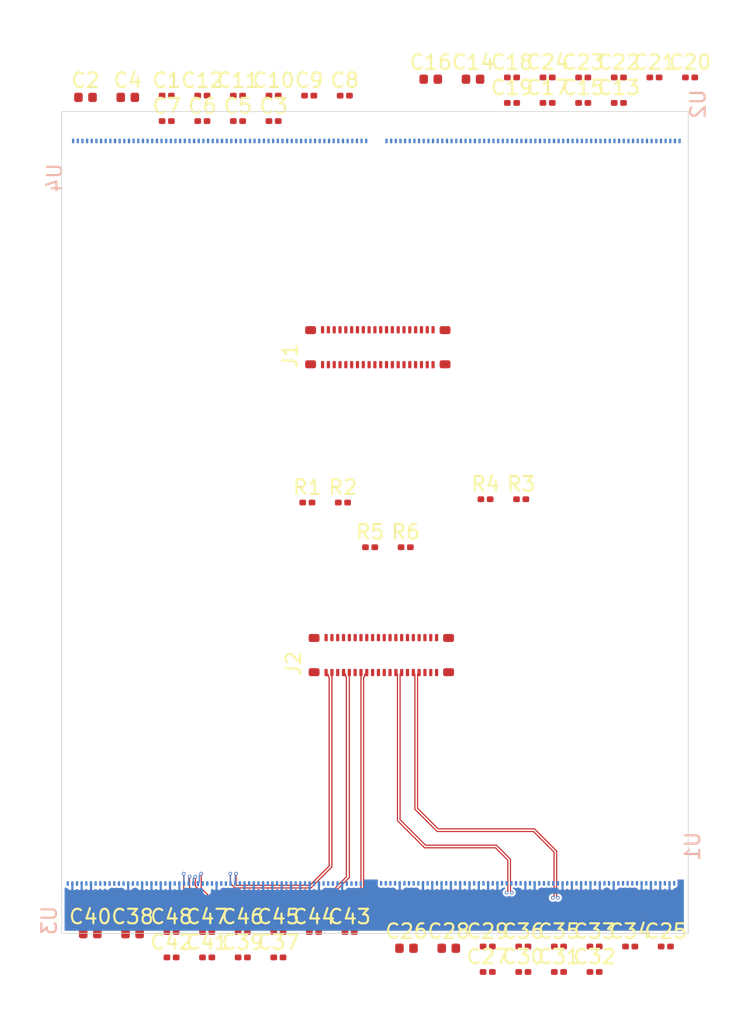
<source format=kicad_pcb>
(kicad_pcb (version 20211014) (generator pcbnew)
  (layers (0 "F.Cu" signal) (31 "B.Cu" signal) (34 "B.Paste" user) (35 "F.Paste" user) (36 "B.SilkS" user "B.Silkscreen") (37 "F.SilkS" user "F.Silkscreen") (38 "B.Mask" user) (39 "F.Mask" user) (44 "Edge.Cuts" user))
  (net 0 "")
  (net 1 "GND")
  (net 2 "/ADDR3")
  (net 3 "/1V2D")
  (net 4 "/1V2B")
  (net 5 "/1V2C")
  (net 6 "/1V2A")
  (net 7 "/CLK0_N")
  (net 8 "/CLK0_P")
  (net 9 "/DOUT0_N")
  (net 10 "/DOUT0_P")
  (net 11 "/DIN0_N")
  (net 12 "/DIN0_P")
  (net 13 "/TIN0_N")
  (net 14 "/TIN0_P")
  (net 15 "/CLK1_N")
  (net 16 "/CLK1_P")
  (net 17 "/DIN1_N")
  (net 18 "/DIN1_P")
  (net 19 "/TIN1_N")
  (net 20 "/TIN1_P")
  (net 21 "/1V0A")
  (net 22 "/1V2_MON1")
  (net 23 "/1V2_MON0")
  (net 24 "/RSTN")
  (net 25 "/CLK2_N")
  (net 26 "/CLK2_P")
  (net 27 "/DOUT1_N")
  (net 28 "/DOUT1_P")
  (net 29 "/DIN2_N")
  (net 30 "/DIN2_P")
  (net 31 "/TIN2_N")
  (net 32 "/TIN2_P")
  (net 33 "/CLK3_N")
  (net 34 "/CLK3_P")
  (net 35 "/DIN3_N")
  (net 36 "/DIN3_P")
  (net 37 "/TIN3_N")
  (net 38 "/TIN3_P")
  (net 39 "/SCL")
  (net 40 "/SDA")
  (net 41 "Net-(J2-Pad16)")
  (net 42 "/ADDR2")
  (net 43 "/module/FC_N")
  (net 44 "/module/FC_P")
  (net 45 "/sheet6086F995/FC_N")
  (net 46 "/sheet6086F995/FC_P")
  (net 47 "/sheet60870422/FC_N")
  (net 48 "/sheet60870422/FC_P")
  (net 49 "/sheet60870C03/FC_N")
  (net 50 "/sheet60870C03/FC_P")
  (net 51 "/VREF")
  (footprint "Capacitor_SMD:C_0201_0603Metric" (layer "F.Cu") (at 125.228841 61.906421)
    (fp_text reference "C1")
    (fp_text value "0.1uF")
  )
  (footprint "Capacitor_SMD:C_0402_1005Metric" (layer "F.Cu") (at 119.638841 62.026421)
    (fp_text reference "C2")
    (fp_text value "1uF")
  )
  (footprint "Capacitor_SMD:C_0201_0603Metric" (layer "F.Cu") (at 132.578841 63.656421)
    (fp_text reference "C3")
    (fp_text value "0.1uF")
  )
  (footprint "Capacitor_SMD:C_0402_1005Metric" (layer "F.Cu") (at 122.548841 62.026421)
    (fp_text reference "C4")
    (fp_text value "1uF")
  )
  (footprint "Capacitor_SMD:C_0201_0603Metric" (layer "F.Cu") (at 130.128841 63.656421)
    (fp_text reference "C5")
    (fp_text value "0.1uF")
  )
  (footprint "Capacitor_SMD:C_0201_0603Metric" (layer "F.Cu") (at 127.678841 63.656421)
    (fp_text reference "C6")
    (fp_text value "0.1uF")
  )
  (footprint "Capacitor_SMD:C_0201_0603Metric" (layer "F.Cu") (at 125.228841 63.656421)
    (fp_text reference "C7")
    (fp_text value "0.1uF")
  )
  (footprint "Capacitor_SMD:C_0201_0603Metric" (layer "F.Cu") (at 137.478841 61.906421)
    (fp_text reference "C8")
    (fp_text value "0.1uF")
  )
  (footprint "Capacitor_SMD:C_0201_0603Metric" (layer "F.Cu") (at 135.028841 61.906421)
    (fp_text reference "C9")
    (fp_text value "0.1uF")
  )
  (footprint "Capacitor_SMD:C_0201_0603Metric" (layer "F.Cu") (at 132.578841 61.906421)
    (fp_text reference "C10")
    (fp_text value "0.1uF")
  )
  (footprint "Capacitor_SMD:C_0201_0603Metric" (layer "F.Cu") (at 130.128841 61.906421)
    (fp_text reference "C11")
    (fp_text value "0.1uF")
  )
  (footprint "Capacitor_SMD:C_0201_0603Metric" (layer "F.Cu") (at 127.678841 61.906421)
    (fp_text reference "C12")
    (fp_text value "0.1uF")
  )
  (footprint "Capacitor_SMD:C_0201_0603Metric" (layer "F.Cu") (at 156.328841 62.406421)
    (fp_text reference "C13")
    (fp_text value "0.1uF")
  )
  (footprint "Capacitor_SMD:C_0402_1005Metric" (layer "F.Cu") (at 146.298841 60.776421)
    (fp_text reference "C14")
    (fp_text value "1uF")
  )
  (footprint "Capacitor_SMD:C_0201_0603Metric" (layer "F.Cu") (at 153.878841 62.406421)
    (fp_text reference "C15")
    (fp_text value "0.1uF")
  )
  (footprint "Capacitor_SMD:C_0402_1005Metric" (layer "F.Cu") (at 143.388841 60.776421)
    (fp_text reference "C16")
    (fp_text value "1uF")
  )
  (footprint "Capacitor_SMD:C_0201_0603Metric" (layer "F.Cu") (at 151.428841 62.406421)
    (fp_text reference "C17")
    (fp_text value "0.1uF")
  )
  (footprint "Capacitor_SMD:C_0201_0603Metric" (layer "F.Cu") (at 148.978841 60.656421)
    (fp_text reference "C18")
    (fp_text value "0.1uF")
  )
  (footprint "Capacitor_SMD:C_0201_0603Metric" (layer "F.Cu") (at 148.978841 62.406421)
    (fp_text reference "C19")
    (fp_text value "0.1uF")
  )
  (footprint "Capacitor_SMD:C_0201_0603Metric" (layer "F.Cu") (at 161.228841 60.656421)
    (fp_text reference "C20")
    (fp_text value "0.1uF")
  )
  (footprint "Capacitor_SMD:C_0201_0603Metric" (layer "F.Cu") (at 158.778841 60.656421)
    (fp_text reference "C21")
    (fp_text value "0.1uF")
  )
  (footprint "Capacitor_SMD:C_0201_0603Metric" (layer "F.Cu") (at 156.328841 60.656421)
    (fp_text reference "C22")
    (fp_text value "0.1uF")
  )
  (footprint "Capacitor_SMD:C_0201_0603Metric" (layer "F.Cu") (at 153.878841 60.656421)
    (fp_text reference "C23")
    (fp_text value "0.1uF")
  )
  (footprint "Capacitor_SMD:C_0201_0603Metric" (layer "F.Cu") (at 151.428841 60.656421)
    (fp_text reference "C24")
    (fp_text value "0.1uF")
  )
  (footprint "Capacitor_SMD:C_0201_0603Metric" (layer "F.Cu") (at 159.558841 120.406421)
    (fp_text reference "C25")
    (fp_text value "0.1uF")
  )
  (footprint "Capacitor_SMD:C_0402_1005Metric" (layer "F.Cu") (at 141.718841 120.526421)
    (fp_text reference "C26")
    (fp_text value "1uF")
  )
  (footprint "Capacitor_SMD:C_0201_0603Metric" (layer "F.Cu") (at 147.308841 122.156421)
    (fp_text reference "C27")
    (fp_text value "0.1uF")
  )
  (footprint "Capacitor_SMD:C_0402_1005Metric" (layer "F.Cu") (at 144.628841 120.526421)
    (fp_text reference "C28")
    (fp_text value "1uF")
  )
  (footprint "Capacitor_SMD:C_0201_0603Metric" (layer "F.Cu") (at 147.308841 120.406421)
    (fp_text reference "C29")
    (fp_text value "0.1uF")
  )
  (footprint "Capacitor_SMD:C_0201_0603Metric" (layer "F.Cu") (at 149.758841 122.156421)
    (fp_text reference "C30")
    (fp_text value "0.1uF")
  )
  (footprint "Capacitor_SMD:C_0201_0603Metric" (layer "F.Cu") (at 152.208841 122.156421)
    (fp_text reference "C31")
    (fp_text value "0.1uF")
  )
  (footprint "Capacitor_SMD:C_0201_0603Metric" (layer "F.Cu") (at 154.658841 122.156421)
    (fp_text reference "C32")
    (fp_text value "0.1uF")
  )
  (footprint "Capacitor_SMD:C_0201_0603Metric" (layer "F.Cu") (at 154.658841 120.406421)
    (fp_text reference "C33")
    (fp_text value "0.1uF")
  )
  (footprint "Capacitor_SMD:C_0201_0603Metric" (layer "F.Cu") (at 157.108841 120.406421)
    (fp_text reference "C34")
    (fp_text value "0.1uF")
  )
  (footprint "Capacitor_SMD:C_0201_0603Metric" (layer "F.Cu") (at 152.208841 120.406421)
    (fp_text reference "C35")
    (fp_text value "0.1uF")
  )
  (footprint "Capacitor_SMD:C_0201_0603Metric" (layer "F.Cu") (at 149.758841 120.406421)
    (fp_text reference "C36")
    (fp_text value "0.1uF")
  )
  (footprint "Capacitor_SMD:C_0201_0603Metric" (layer "F.Cu") (at 132.908841 121.156421)
    (fp_text reference "C37")
    (fp_text value "0.1uF")
  )
  (footprint "Capacitor_SMD:C_0402_1005Metric" (layer "F.Cu") (at 122.878841 119.526421)
    (fp_text reference "C38")
    (fp_text value "1uF")
  )
  (footprint "Capacitor_SMD:C_0201_0603Metric" (layer "F.Cu") (at 130.458841 121.156421)
    (fp_text reference "C39")
    (fp_text value "0.1uF")
  )
  (footprint "Capacitor_SMD:C_0402_1005Metric" (layer "F.Cu") (at 119.968841 119.526421)
    (fp_text reference "C40")
    (fp_text value "1uF")
  )
  (footprint "Capacitor_SMD:C_0201_0603Metric" (layer "F.Cu") (at 128.008841 121.156421)
    (fp_text reference "C41")
    (fp_text value "0.1uF")
  )
  (footprint "Capacitor_SMD:C_0201_0603Metric" (layer "F.Cu") (at 125.558841 121.156421)
    (fp_text reference "C42")
    (fp_text value "0.1uF")
  )
  (footprint "Capacitor_SMD:C_0201_0603Metric" (layer "F.Cu") (at 137.808841 119.406421)
    (fp_text reference "C43")
    (fp_text value "0.1uF")
  )
  (footprint "Capacitor_SMD:C_0201_0603Metric" (layer "F.Cu") (at 135.358841 119.406421)
    (fp_text reference "C44")
    (fp_text value "0.1uF")
  )
  (footprint "Capacitor_SMD:C_0201_0603Metric" (layer "F.Cu") (at 132.908841 119.406421)
    (fp_text reference "C45")
    (fp_text value "0.1uF")
  )
  (footprint "Capacitor_SMD:C_0201_0603Metric" (layer "F.Cu") (at 130.458841 119.406421)
    (fp_text reference "C46")
    (fp_text value "0.1uF")
  )
  (footprint "Capacitor_SMD:C_0201_0603Metric" (layer "F.Cu") (at 128.008841 119.406421)
    (fp_text reference "C47")
    (fp_text value "0.1uF")
  )
  (footprint "Capacitor_SMD:C_0201_0603Metric" (layer "F.Cu") (at 125.558841 119.406421)
    (fp_text reference "C48")
    (fp_text value "0.1uF")
  )
  (footprint "etl_module_mockup:WP7B-S040VA1" (layer "F.Cu") (at 135.94842 79.20482 90)
    (fp_text reference "J1")
    (fp_text value "WP7B-S040VA1")
  )
  (footprint "etl_module_mockup:WP7B-S040VA1" (layer "F.Cu") (at 136.18972 100.37064 90)
    (fp_text reference "J2")
    (fp_text value "WP7B-S040VA1")
  )
  (footprint "Resistor_SMD:R_0201_0603Metric" (layer "F.Cu") (at 149.608841 89.656421)
    (fp_text reference "R3")
    (fp_text value "10k")
  )
  (footprint "Resistor_SMD:R_0201_0603Metric" (layer "F.Cu") (at 147.158841 89.656421)
    (fp_text reference "R4")
    (fp_text value "10k")
  )
  (footprint "Resistor_SMD:R_0201_0603Metric" (layer "F.Cu") (at 134.901241 89.883241)
    (fp_text reference "R1")
    (fp_text value "0R")
  )
  (footprint "Resistor_SMD:R_0201_0603Metric" (layer "F.Cu") (at 137.351241 89.883241)
    (fp_text reference "R2")
    (fp_text value "10k")
  )
  (footprint "Resistor_SMD:R_0201_0603Metric" (layer "F.Cu") (at 139.21766 92.95634)
    (fp_text reference "R5")
    (fp_text value "1.2k 0.5%")
  )
  (footprint "Resistor_SMD:R_0201_0603Metric" (layer "F.Cu") (at 141.66766 92.95634)
    (fp_text reference "R6")
    (fp_text value "1.2k 0.5%")
  )
  (footprint "etl_module_mockup:ETROCv2_64pad" (layer "B.Cu") (at 160.1343 116.06276 90)
    (fp_text reference "U1")
    (fp_text value "ETROCv2")
  )
  (footprint "etl_module_mockup:ETROCv2_64pad" (layer "B.Cu") (at 160.50514 65.02146 90)
    (fp_text reference "U2")
    (fp_text value "ETROCv2")
  )
  (footprint "etl_module_mockup:ETROCv2_64pad" (layer "B.Cu") (at 118.41734 116.07546 -90)
    (fp_text reference "U3")
    (fp_text value "ETROCv2")
  )
  (footprint "etl_module_mockup:ETROCv2_64pad" (layer "B.Cu") (at 118.79072 65.02146 -90)
    (fp_text reference "U4")
    (fp_text value "ETROCv2")
  )
  (gr_line (start 118 63) (end 118 119.5) (layer "Edge.Cuts") (width 0.05))
  (gr_line (start 118 119.5) (end 161.1 119.5) (layer "Edge.Cuts") (width 0.05))
  (gr_line (start 161.1 63) (end 161.1 119.5) (layer "Edge.Cuts") (width 0.05))
  (gr_line (start 118 63) (end 161.1 63) (layer "Edge.Cuts") (width 0.05))
  (segment (start 136.4 101.906708) (end 136.4 114.872615) (width 0.08) (layer "F.Cu") (net 25))
  (segment (start 136.33971 101.72063) (end 136.33971 101.846418) (width 0.08) (layer "F.Cu") (net 25))
  (segment (start 136.4 114.872615) (end 135.072615 116.2) (width 0.08) (layer "F.Cu") (net 25))
  (segment (start 130 116.2) (end 130 115.4) (width 0.08) (layer "F.Cu") (net 25))
  (segment (start 136.33971 101.846418) (end 136.4 101.906708) (width 0.08) (layer "F.Cu") (net 25))
  (segment (start 135.072615 116.2) (end 130 116.2) (width 0.08) (layer "F.Cu") (net 25))
  (segment (start 136.18972 101.57064) (end 136.33971 101.72063) (width 0.08) (layer "F.Cu") (net 25))
  (via (at 130 115.4) (size 0.25) (drill 0.15) (layers "F.Cu" "B.Cu") (net 25))
  (segment (start 129.93734 115.46266) (end 130 115.4) (width 0.08) (layer "B.Cu") (net 25))
  (segment (start 129.93734 116.07546) (end 129.93734 115.46266) (width 0.08) (layer "B.Cu") (net 25))
  (segment (start 136.58972 101.57064) (end 136.58972 114.937467) (width 0.08) (layer "F.Cu") (net 26))
  (segment (start 129.925438 116.380011) (end 129.6 116.054573) (width 0.08) (layer "F.Cu") (net 26))
  (segment (start 136.58972 114.937467) (end 135.147177 116.380011) (width 0.08) (layer "F.Cu") (net 26))
  (segment (start 129.6 116.054573) (end 129.6 115.400012) (width 0.08) (layer "F.Cu") (net 26))
  (segment (start 135.147177 116.380011) (end 129.925438 116.380011) (width 0.08) (layer "F.Cu") (net 26))
  (via (at 129.6 115.400012) (size 0.25) (drill 0.15) (layers "F.Cu" "B.Cu") (net 26))
  (segment (start 129.61734 115.417352) (end 129.6 115.400012) (width 0.08) (layer "B.Cu") (net 26))
  (segment (start 129.61734 116.07546) (end 129.61734 115.417352) (width 0.08) (layer "B.Cu") (net 26))
  (segment (start 127.6 116.4) (end 127.6 115.4) (width 0.08) (layer "F.Cu") (net 27))
  (segment (start 128.6 117.4) (end 127.6 116.4) (width 0.08) (layer "F.Cu") (net 27))
  (segment (start 137.38972 101.57064) (end 137.53971 101.72063) (width 0.08) (layer "F.Cu") (net 27))
  (segment (start 137.53971 101.846418) (end 137.58418 101.890888) (width 0.08) (layer "F.Cu") (net 27))
  (segment (start 137.58418 115.61582) (end 135.799999 117.4) (width 0.08) (layer "F.Cu") (net 27))
  (segment (start 135.799999 117.4) (end 128.6 117.4) (width 0.08) (layer "F.Cu") (net 27))
  (segment (start 137.53971 101.72063) (end 137.53971 101.846418) (width 0.08) (layer "F.Cu") (net 27))
  (segment (start 137.58418 101.890888) (end 137.58418 115.61582) (width 0.08) (layer "F.Cu") (net 27))
  (via (at 127.6 115.4) (size 0.25) (drill 0.15) (layers "F.Cu" "B.Cu") (net 27))
  (segment (start 127.37734 116.07546) (end 127.37734 116.23546) (width 0.08) (layer "B.Cu") (net 27))
  (segment (start 127.37734 116.07546) (end 127.465001 115.987799) (width 0.08) (layer "B.Cu") (net 27))
  (segment (start 127.465001 115.987799) (end 127.465001 115.534999) (width 0.08) (layer "B.Cu") (net 27))
  (segment (start 127.465001 115.534999) (end 127.6 115.4) (width 0.08) (layer "B.Cu") (net 27))
  (segment (start 135.874561 117.580011) (end 128.525438 117.580011) (width 0.08) (layer "F.Cu") (net 28))
  (segment (start 137.78972 115.664852) (end 135.874561 117.580011) (width 0.08) (layer "F.Cu") (net 28))
  (segment (start 128.525438 117.580011) (end 127.2 116.254573) (width 0.08) (layer "F.Cu") (net 28))
  (segment (start 127.2 116.254573) (end 127.2 115.6) (width 0.08) (layer "F.Cu") (net 28))
  (segment (start 137.78972 101.57064) (end 137.78972 115.664852) (width 0.08) (layer "F.Cu") (net 28))
  (via (at 127.2 115.6) (size 0.25) (drill 0.15) (layers "F.Cu" "B.Cu") (net 28))
  (segment (start 127.05734 115.74266) (end 127.2 115.6) (width 0.08) (layer "B.Cu") (net 28))
  (segment (start 127.05734 116.07546) (end 127.05734 115.74266) (width 0.08) (layer "B.Cu") (net 28))
  (segment (start 136.925439 118.019989) (end 128.074561 118.019989) (width 0.08) (layer "F.Cu") (net 29))
  (segment (start 138.58972 101.57064) (end 138.58972 116.355708) (width 0.08) (layer "F.Cu") (net 29))
  (segment (start 126.8 116.745428) (end 126.8 115.6) (width 0.08) (layer "F.Cu") (net 29))
  (segment (start 138.58972 116.355708) (end 136.925439 118.019989) (width 0.08) (layer "F.Cu") (net 29))
  (segment (start 128.074561 118.019989) (end 126.8 116.745428) (width 0.08) (layer "F.Cu") (net 29))
  (via (at 126.8 115.6) (size 0.25) (drill 0.15) (layers "F.Cu" "B.Cu") (net 29))
  (segment (start 126.73734 116.07546) (end 126.73734 115.66266) (width 0.08) (layer "B.Cu") (net 29))
  (segment (start 126.73734 115.66266) (end 126.8 115.6) (width 0.08) (layer "B.Cu") (net 29))
  (segment (start 137 118.2) (end 128 118.2) (width 0.08) (layer "F.Cu") (net 30))
  (segment (start 128 118.2) (end 126.4 116.6) (width 0.08) (layer "F.Cu") (net 30))
  (segment (start 126.4 116.6) (end 126.4 115.4) (width 0.08) (layer "F.Cu") (net 30))
  (segment (start 138.83973 101.846418) (end 138.76973 101.916418) (width 0.08) (layer "F.Cu") (net 30))
  (segment (start 138.76973 101.916418) (end 138.769729 116.430271) (width 0.08) (layer "F.Cu") (net 30))
  (segment (start 138.83973 101.72063) (end 138.83973 101.846418) (width 0.08) (layer "F.Cu") (net 30))
  (segment (start 138.769729 116.430271) (end 137 118.2) (width 0.08) (layer "F.Cu") (net 30))
  (segment (start 138.98972 101.57064) (end 138.83973 101.72063) (width 0.08) (layer "F.Cu") (net 30))
  (via (at 126.4 115.4) (size 0.25) (drill 0.15) (layers "F.Cu" "B.Cu") (net 30))
  (segment (start 126.41734 115.41734) (end 126.4 115.4) (width 0.08) (layer "B.Cu") (net 30))
  (segment (start 126.41734 116.07546) (end 126.41734 115.41734) (width 0.08) (layer "B.Cu") (net 30))
  (segment (start 148.69304 114.47952) (end 148.69304 116.61276) (width 0.08) (layer "F.Cu") (net 33))
  (segment (start 148.69304 116.61276) (end 148.60804 116.69776) (width 0.08) (layer "F.Cu") (net 33))
  (segment (start 140.98972 101.57064) (end 141.09972 101.68064) (width 0.08) (layer "F.Cu") (net 33))
  (segment (start 141.09972 101.68064) (end 141.09972 111.75792) (width 0.08) (layer "F.Cu") (net 33))
  (segment (start 142.96218 113.62038) (end 147.8339 113.62038) (width 0.08) (layer "F.Cu") (net 33))
  (segment (start 147.8339 113.62038) (end 148.69304 114.47952) (width 0.08) (layer "F.Cu") (net 33))
  (segment (start 141.09972 111.75792) (end 142.96218 113.62038) (width 0.08) (layer "F.Cu") (net 33))
  (via (at 148.60804 116.69776) (size 0.25) (drill 0.15) (layers "F.Cu" "B.Cu") (net 33))
  (segment (start 143.03674 113.44038) (end 147.90846 113.44038) (width 0.08) (layer "F.Cu") (net 34))
  (segment (start 148.87304 114.40496) (end 148.87304 116.61276) (width 0.08) (layer "F.Cu") (net 34))
  (segment (start 148.87304 116.61276) (end 148.95804 116.69776) (width 0.08) (layer "F.Cu") (net 34))
  (segment (start 147.90846 113.44038) (end 148.87304 114.40496) (width 0.08) (layer "F.Cu") (net 34))
  (segment (start 141.38972 101.57064) (end 141.27972 101.68064) (width 0.08) (layer "F.Cu") (net 34))
  (segment (start 141.27972 111.68336) (end 143.03674 113.44038) (width 0.08) (layer "F.Cu") (net 34))
  (segment (start 141.27972 101.68064) (end 141.27972 111.68336) (width 0.08) (layer "F.Cu") (net 34))
  (via (at 148.95804 116.69776) (size 0.25) (drill 0.15) (layers "F.Cu" "B.Cu") (net 34))
  (segment (start 143.82578 112.50024) (end 150.45518 112.50024) (width 0.08) (layer "F.Cu") (net 35))
  (segment (start 150.45518 112.50024) (end 151.87058 113.91564) (width 0.08) (layer "F.Cu") (net 35))
  (segment (start 142.29972 110.97418) (end 143.82578 112.50024) (width 0.08) (layer "F.Cu") (net 35))
  (segment (start 142.29972 101.68064) (end 142.29972 110.97418) (width 0.08) (layer "F.Cu") (net 35))
  (segment (start 151.87058 113.91564) (end 151.87058 116.970699) (width 0.08) (layer "F.Cu") (net 35))
  (segment (start 142.18972 101.57064) (end 142.29972 101.68064) (width 0.08) (layer "F.Cu") (net 35))
  (segment (start 151.87058 116.970699) (end 151.78558 117.055699) (width 0.08) (layer "F.Cu") (net 35))
  (via (at 151.78558 117.055699) (size 0.25) (drill 0.15) (layers "F.Cu" "B.Cu") (net 35))
  (segment (start 151.78558 117.055699) (end 151.87058 116.970699) (width 0.08) (layer "B.Cu") (net 35))
  (segment (start 142.47972 101.68064) (end 142.47972 110.89962) (width 0.08) (layer "F.Cu") (net 36))
  (segment (start 152.05058 116.970699) (end 152.13558 117.055699) (width 0.08) (layer "F.Cu") (net 36))
  (segment (start 152.05058 113.84108) (end 152.05058 116.970699) (width 0.08) (layer "F.Cu") (net 36))
  (segment (start 142.58972 101.57064) (end 142.47972 101.68064) (width 0.08) (layer "F.Cu") (net 36))
  (segment (start 143.90034 112.32024) (end 150.52974 112.32024) (width 0.08) (layer "F.Cu") (net 36))
  (segment (start 150.52974 112.32024) (end 152.05058 113.84108) (width 0.08) (layer "F.Cu") (net 36))
  (segment (start 142.47972 110.89962) (end 143.90034 112.32024) (width 0.08) (layer "F.Cu") (net 36))
  (via (at 152.13558 117.055699) (size 0.25) (drill 0.15) (layers "F.Cu" "B.Cu") (net 36))
  (segment (start 152.13558 117.055699) (end 152.05058 116.970699) (width 0.08) (layer "B.Cu") (net 36))
  (zone (net 1) (net_name "GND") (layer "B.Cu") (connect_pads (clearance 0.15)) (min_thickness 0.1) (fill yes (thermal_gap 0.3) (thermal_bridge_width 0.15))
    (polygon (pts (xy 160.8 115.8) (xy 160.8 119.349609) (xy 118.2 119.349609) (xy 118.2 115.8)))
  )
)
</source>
